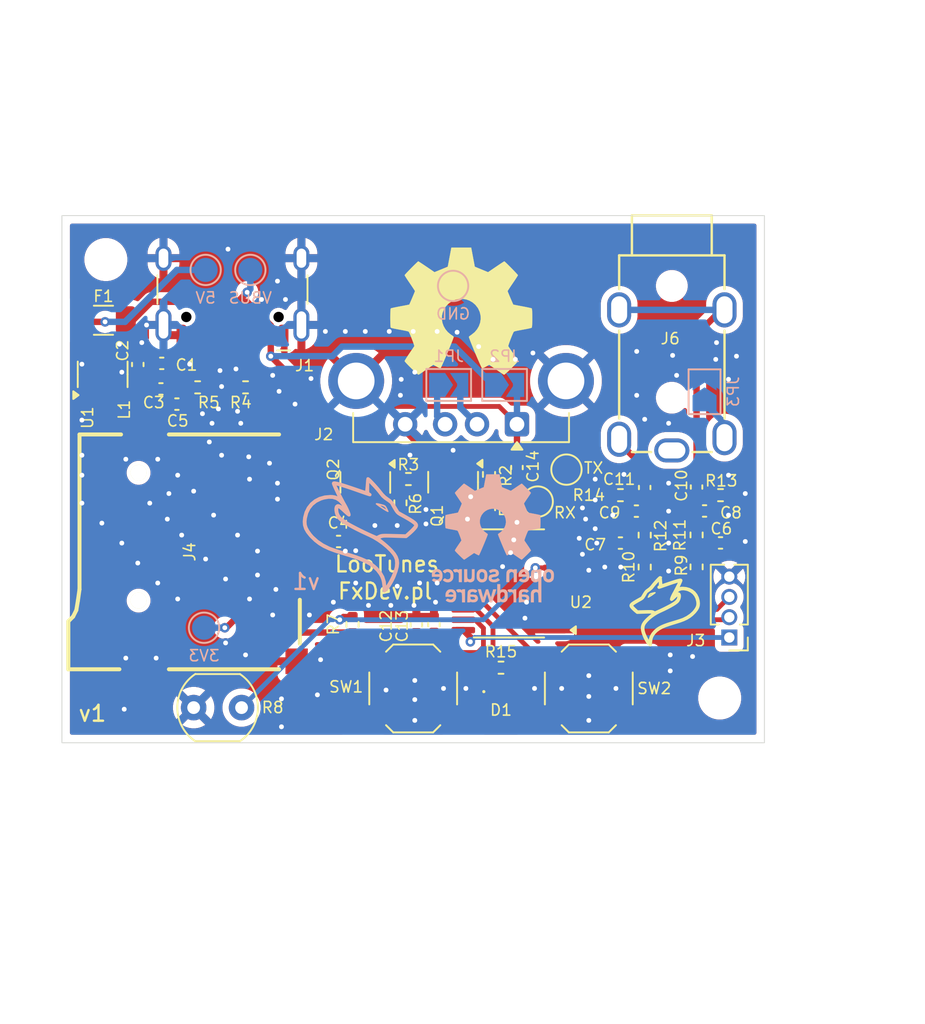
<source format=kicad_pcb>
(kicad_pcb (version 20241229) (generator "pcbnew") (generator_version "9.0")
  (layers (0 "F.Cu" signal) (2 "B.Cu" signal) (13 "F.Paste" user) (15 "B.Paste" user) (5 "F.SilkS" user "F.Silkscreen") (7 "B.SilkS" user "B.Silkscreen") (1 "F.Mask" user) (3 "B.Mask" user) (25 "Edge.Cuts" user))
  (net 0 "")
  (net 1 "GND")
  (net 2 "+5V")
  (net 3 "+3V3")
  (net 4 "Net-(J4-VDD)")
  (net 5 "Net-(C6-Pad1)")
  (net 6 "Net-(C7-Pad1)")
  (net 7 "Net-(C10-Pad1)")
  (net 8 "Net-(C11-Pad1)")
  (net 9 "Net-(C10-Pad2)")
  (net 10 "Net-(C11-Pad2)")
  (net 11 "VBUS")
  (net 16 "Net-(J1-CC1)")
  (net 17 "Net-(J1-CC2)")
  (net 20 "Net-(J2-D-)")
  (net 21 "Net-(J2-D+)")
  (net 22 "Net-(J2-VBUS)")
  (net 23 "SWCLK")
  (net 24 "SWDIO")
  (net 25 "Net-(J4-DAT3{slash}CD)")
  (net 26 "BOOT_TX")
  (net 28 "SD_OUT")
  (net 29 "CLK")
  (net 32 "Net-(JP3-A)")
  (net 33 "Net-(Q1-G)")
  (net 34 "Net-(Q1-D)")
  (net 35 "Net-(Q2-G)")
  (net 36 "USB_SWITCH_IN")
  (net 37 "Net-(U2-PA5)")
  (net 38 "PWM_L")
  (net 39 "BOOT_PIN")
  (net 40 "BUTTON")
  (net 41 "Net-(U2-PF0{slash}OSCIN)")
  (net 43 "BOOT_RX")
  (net 44 "Net-(U2-PF1{slash}OSCOUT)")
  (net 46 "Net-(D1-A)")
  (net 47 "Net-(U2-PB2)")
  (net 48 "BUTTON_2")
  (footprint "Capacitor_SMD:C_0402_1005Metric" (layer "F.Cu") (at 126.2 80.85)
    (property "Reference" "C3")
    (property "Value" "100nF")
  )
  (footprint "sd_slot:GCT-MEM2055-00-190-01-A" (layer "F.Cu") (at 118.1 91.05 -90)
    (property "Reference" "J4")
    (property "Value" "Micro_SD_Card_Det1")
  )
  (footprint "Resistor_SMD:R_0402_1005Metric" (layer "F.Cu") (at 147.5 98.3)
    (property "Reference" "R15")
    (property "Value" "10k")
  )
  (footprint "Package_TO_SOT_SMD:SOT-23" (layer "F.Cu") (at 139 86.7025 -90)
    (property "Reference" "Q2")
    (property "Value" "Si2301 A1SHB")
  )
  (footprint "FxDev:logo_06" (layer "F.Cu") (at 157.75 94.75)
    (property "Reference" "G***" (hide yes))
    (property "Value" "LOGO" (hide yes))
  )
  (footprint "Connector_USB:USB_A_Connfly_DS1095" (layer "F.Cu") (at 148.5 83.06 180)
    (property "Reference" "J2")
    (property "Value" "USB_OUT")
  )
  (footprint "Button_Switch_SMD:SW_SPST_TL3342" (layer "F.Cu") (at 142 99.6)
    (property "Reference" "SW1")
    (property "Value" "SW_Push")
  )
  (footprint "Connector_USB:USB_C_Receptacle_HCTL_HC-TYPE-C-16P-01A" (layer "F.Cu") (at 130.68 73.74 180)
    (property "Reference" "J1")
    (property "Value" "USB_C_Receptacle_USB2.0_16P")
  )
  (footprint "Resistor_SMD:R_0402_1005Metric" (layer "F.Cu") (at 146.75 86.2 -90)
    (property "Reference" "R2")
    (property "Value" "10k")
  )
  (footprint "Resistor_SMD:R_0402_1005Metric" (layer "F.Cu") (at 141.2 87.98 -90)
    (property "Reference" "R6")
    (property "Value" "10k")
  )
  (footprint "Package_TO_SOT_SMD:SOT-23" (layer "F.Cu") (at 144.5 86.69 -90)
    (property "Reference" "Q1")
    (property "Value" "Si2302 A2SHB")
  )
  (footprint "Package_SO:TSSOP-20_4.4x6.5mm_P0.65mm" (layer "F.Cu") (at 148 93.025 180)
    (property "Reference" "U2")
    (property "Value" "PY32F002AF15P")
  )
  (footprint "Resistor_SMD:R_0402_1005Metric" (layer "F.Cu") (at 131.5 80.75 180)
    (property "Reference" "R4")
    (property "Value" "5.1k")
  )
  (footprint "Connector_PinHeader_1.27mm:PinHeader_1x04_P1.27mm_Vertical" (layer "F.Cu") (at 161.8 96.41 180)
    (property "Reference" "J3")
    (property "Value" "Prog")
  )
  (footprint "MountingHole:MountingHole_2.2mm_M2" (layer "F.Cu") (at 161.2 100.2)
    (property "Reference" "REF**" (hide yes))
    (property "Value" "MountingHole_2.2mm_M2")
  )
  (footprint "OptoDevice:R_LDR_5.0x4.1mm_P3mm_Vertical" (layer "F.Cu") (at 131.25 100.8 180)
    (property "Reference" "R8")
    (property "Value" "R_Photo")
  )
  (footprint "Resistor_SMD:R_0402_1005Metric" (layer "F.Cu") (at 156.5 92 90)
    (property "Reference" "R10")
    (property "Value" "100")
  )
  (footprint "Capacitor_SMD:C_0402_1005Metric" (layer "F.Cu") (at 160.25 88.49)
    (property "Reference" "C8")
    (property "Value" "100nF")
  )
  (footprint "Capacitor_SMD:C_0402_1005Metric" (layer "F.Cu") (at 156.5 87.02 90)
    (property "Reference" "C11")
    (property "Value" "10uF")
  )
  (footprint "Capacitor_SMD:C_0402_1005Metric" (layer "F.Cu") (at 148.5 85.77 -90)
    (property "Reference" "C14")
    (property "Value" "100nF")
  )
  (footprint "Symbol:OSHW-Symbol_8.9x8mm_SilkScreen" (layer "F.Cu") (at 145 76)
    (property "Reference" "REF**" (hide yes))
    (property "Value" "OSHW-Symbol_8.9x8mm_SilkScreen" (hide yes))
  )
  (footprint "Capacitor_SMD:C_0402_1005Metric" (layer "F.Cu") (at 137.325845 90.4)
    (property "Reference" "C4")
    (property "Value" "100nF")
  )
  (footprint "FxDev:PJ-322" (layer "F.Cu") (at 158.2 78)
    (property "Reference" "J6")
    (property "Value" "AudioJack4")
  )
  (footprint "Resistor_SMD:R_0402_1005Metric" (layer "F.Cu") (at 159.75 91.99 90)
    (property "Reference" "R9")
    (property "Value" "100")
  )
  (footprint "Capacitor_SMD:C_0402_1005Metric" (layer "F.Cu") (at 142.2 95.62 90)
    (property "Reference" "C12")
    (property "Value" "100nF")
  )
  (footprint "Inductor_SMD:L_0402_1005Metric" (layer "F.Cu") (at 124.75 81.3 -90)
    (property "Reference" "L1")
    (property "Value" "L_Small")
  )
  (footprint "TestPoint:TestPoint_Pad_D1.5mm" (layer "F.Cu") (at 149.8 87.9)
    (property "Reference" "TP5")
    (property "Value" "RX")
  )
  (footprint "Capacitor_SMD:C_0402_1005Metric" (layer "F.Cu") (at 154.98 90.5 180)
    (property "Reference" "C7")
    (property "Value" "100nF")
  )
  (footprint "MountingHole:MountingHole_2.2mm_M2" (layer "F.Cu") (at 122.75 72.75)
    (property "Reference" "REF**" (hide yes))
    (property "Value" "MountingHole_2.2mm_M2")
  )
  (footprint "Resistor_SMD:R_0402_1005Metric" (layer "F.Cu") (at 161.25 87.5)
    (property "Reference" "R13")
    (property "Value" "opt")
  )
  (footprint "TestPoint:TestPoint_Pad_D1.5mm" (layer "F.Cu") (at 151.6 85.9)
    (property "Reference" "TP6")
    (property "Value" "TX")
  )
  (footprint "Capacitor_SMD:C_0402_1005Metric" (layer "F.Cu") (at 127.2 81.8)
    (property "Reference" "C5")
    (property "Value" "10uF")
  )
  (footprint "Resistor_SMD:R_0402_1005Metric" (layer "F.Cu") (at 156.5 90 90)
    (property "Reference" "R12")
    (property "Value" "220")
  )
  (footprint "Resistor_SMD:R_0402_1005Metric" (layer "F.Cu") (at 128.5 80.75)
    (property "Reference" "R5")
    (property "Value" "5.1k")
  )
  (footprint "Resistor_SMD:R_0402_1005Metric" (layer "F.Cu") (at 159.75 89.99 90)
    (property "Reference" "R11")
    (property "Value" "220")
  )
  (footprint "Capacitor_SMD:C_0402_1005Metric" (layer "F.Cu") (at 159.75 86.99 90)
    (property "Reference" "C10")
    (property "Value" "10uF")
  )
  (footprint "Capacitor_SMD:C_0402_1005Metric" (layer "F.Cu") (at 155.98 88.5 180)
    (property "Reference" "C9")
    (property "Value" "100nF")
  )
  (footprint "Capacitor_SMD:C_0402_1005Metric" (layer "F.Cu") (at 161.25 90.49)
    (property "Reference" "C6")
    (property "Value" "100nF")
  )
  (footprint "Fuse:Fuse_1206_3216Metric" (layer "F.Cu") (at 122.6 76.55)
    (property "Reference" "F1")
    (property "Value" "Polyfuse_Small")
  )
  (footprint "Capacitor_SMD:C_0402_1005Metric" (layer "F.Cu") (at 126.25 79.25)
    (property "Reference" "C1")
    (property "Value" "10uF")
  )
  (footprint "Capacitor_SMD:C_0402_1005Metric" (layer "F.Cu") (at 124.75 79.32 -90)
    (property "Reference" "C2")
    (property "Value" "100nF")
  )
  (footprint "Resistor_SMD:R_0402_1005Metric" (layer "F.Cu") (at 146.75 88.29 -90)
    (property "Reference" "R1")
    (property "Value" "100R")
  )
  (footprint "LED_SMD:LED_0402_1005Metric" (layer "F.Cu") (at 147.515 99.8)
    (property "Reference" "D1")
    (property "Value" "LED_Small")
  )
  (footprint "Resistor_SMD:R_0402_1005Metric" (layer "F.Cu") (at 141.7 86.49 180)
    (property "Reference" "R3")
    (property "Value" "100R")
  )
  (footprint "Resistor_SMD:R_0402_1005Metric" (layer "F.Cu") (at 138.2 95.59 -90)
    (property "Reference" "R7")
    (property "Value" "10k")
  )
  (footprint "Button_Switch_SMD:SW_SPST_TL3342" (layer "F.Cu") (at 153 99.6)
    (property "Reference" "SW2")
    (property "Value" "SW_Push")
  )
  (footprint "Resistor_SMD:R_0402_1005Metric" (layer "F.Cu") (at 154.98 87.5 180)
    (property "Reference" "R14")
    (property "Value" "opt")
  )
  (footprint "Capacitor_SMD:C_0402_1005Metric" (layer "F.Cu") (at 143.3 95.6 90)
    (property "Reference" "C13")
    (property "Value" "10uF")
  )
  (footprint "Package_TO_SOT_SMD:SOT-23-3" (layer "F.Cu") (at 122.55 79.9375 90)
    (property "Reference" "U1")
    (property "Value" "XC6206PxxxMR")
  )
  (footprint "TestPoint:TestPoint_Pad_D1.5mm" (layer "B.Cu") (at 128.9 95.8 180)
    (property "Reference" "TP4")
    (property "Value" "3V3")
  )
  (footprint "TestPoint:TestPoint_Pad_D1.5mm" (layer "B.Cu") (at 131.8 73.4 180)
    (property "Reference" "TP2")
    (property "Value" "VBUS")
  )
  (footprint "TestPoint:TestPoint_Pad_D1.5mm" (layer "B.Cu") (at 129 73.4 180)
    (property "Reference" "TP3")
    (property "Value" "5V")
  )
  (footprint "Jumper:SolderJumper-2_P1.3mm_Open_TrianglePad1.0x1.5mm" (layer "B.Cu") (at 160.25 81.025 90)
    (property "Reference" "JP3")
    (property "Value" "ground connect")
  )
  (footprint "TestPoint:TestPoint_Pad_D1.5mm" (layer "B.Cu") (at 144.5 74.4 180)
    (property "Reference" "TP1")
    (property "Value" "GND")
  )
  (footprint "Symbol:OSHW-Logo_7.5x8mm_SilkScreen" (layer "B.Cu") (at 147 90.2 180)
    (property "Reference" "REF**" (hide yes))
    (property "Value" "OSHW-Logo_7.5x8mm_SilkScreen" (hide yes))
  )
  (footprint "Jumper:SolderJumper-2_P1.3mm_Open_TrianglePad1.0x1.5mm" (layer "B.Cu") (at 147.725 80.6)
    (property "Reference" "JP2")
    (property "Value" "bypass")
  )
  (footprint "Jumper:SolderJumper-2_P1.3mm_Open_TrianglePad1.0x1.5mm" (layer "B.Cu") (at 144.225 80.6)
    (property "Reference" "JP1")
    (property "Value" "data short")
  )
  (footprint "FxDev:logo" (layer "B.Cu") (at 138.7 89.95 180)
    (property "Reference" "G***" (hide yes))
    (property "Value" "LOGO" (hide yes))
  )
  (gr_rect (start 120 70) (end 164 103) (stroke (width 0.05)) (fill no) (layer "Edge.Cuts"))
  (gr_text "v1" (at 120.95 101.75 0) (layer "F.SilkS") (effects (font (size 1 1)) (justify left bottom)))
  (gr_text "LooTunes" (at 137 92.4 0) (layer "F.SilkS") (effects (font (size 1 0.95)) (justify left bottom)))
  (gr_text "FxDev.pl" (at 137.2 94.1 0) (layer "F.SilkS") (effects (font (size 1 0.95)) (justify left bottom)))
  (gr_text "v1" (at 136.25 93.5 -0) (layer "B.SilkS") (effects (font (size 1 1)) (justify left bottom mirror)))
  (segment (start 124.75 79.8) (end 124.861 79.911) (width 0.3) (layer "F.Cu") (net 1))
  (segment (start 126.68 80.212001) (end 126.68 80.85) (width 0.4) (layer "F.Cu") (net 1))
  (segment (start 126.378999 79.911) (end 126.73 79.559999) (width 0.3) (layer "F.Cu") (net 1))
  (segment (start 127.48 78.5) (end 127.48 77.485) (width 0.4) (layer "F.Cu") (net 1))
  (segment (start 143.55 85.7525) (end 143.55 85.2175) (width 0.4) (layer "F.Cu") (net 1))
  (segment (start 137.805845 90.4) (end 137.824155 90.4) (width 0.3) (layer "F.Cu") (net 1))
  (segment (start 137.824155 90.4) (end 138.4 90.975845) (width 0.3) (layer "F.Cu") (net 1))
  (segment (start 126.73 79.25) (end 127.48 78.5) (width 0.4) (layer "F.Cu") (net 1))
  (segment (start 137.805845 90.4) (end 137.805845 90.93) (width 0.3) (layer "F.Cu") (net 1))
  (segment (start 125 77.95) (end 123.7 77.95) (width 0.3) (layer "F.Cu") (net 1))
  (segment (start 137.805845 90.93) (end 137.875845 91) (width 0.3) (layer "F.Cu") (net 1))
  (segment (start 125.355 76.905) (end 125.3 76.85) (width 0.3) (layer "F.Cu") (net 1))
  (segment (start 125 77.95) (end 125.3 77.65) (width 0.3) (layer "F.Cu") (net 1))
  (segment (start 124.861 79.911) (end 126.378999 79.911) (width 0.3) (layer "F.Cu") (net 1))
  (segment (start 125.3 77.65) (end 125.3 76.85) (width 0.3) (layer "F.Cu") (net 1))
  (segment (start 126.73 79.559999) (end 126.73 79.25) (width 0.3) (layer "F.Cu") (net 1))
  (segment (start 123.7 77.95) (end 123.6 78.05) (width 0.3) (layer "F.Cu") (net 1))
  (segment (start 150.8625 95.95) (end 157.85 95.95) (width 0.3) (layer "F.Cu") (net 1))
  (segment (start 137.875845 91) (end 138.375845 91) (width 0.3) (layer "F.Cu") (net 1))
  (segment (start 138.375845 91) (end 138.4 90.975845) (width 0.3) (layer "F.Cu") (net 1))
  (segment (start 126.378999 79.911) (end 126.68 80.212001) (width 0.4) (layer "F.Cu") (net 1))
  (segment (start 157.85 95.95) (end 159.5 97.6) (width 0.3) (layer "F.Cu") (net 1))
  (segment (start 143.55 85.5275) (end 141.5 83.4775) (width 0.4) (layer "F.Cu") (net 1))
  (segment (start 149.75 95.95) (end 149 95.2) (width 0.3) (layer "F.Cu") (net 1))
  (segment (start 157.01 101.5) (end 156.99 101.52) (width 0.3) (layer "F.Cu") (net 1))
  (segment (start 150.8625 95.95) (end 149.75 95.95) (width 0.3) (layer "F.Cu") (net 1))
  (via (at 149.1 94.2) (size 0.6) (drill 0.3) (layers "F.Cu" "B.Cu") (net 1))
  (via (at 149.6 99.6) (size 0.6) (drill 0.3) (layers "F.Cu" "B.Cu") (net 1))
  (via (at 131 90) (size 0.6) (drill 0.3) (layers "F.Cu" "B.Cu") (net 1))
  (via (at 123.75 79.8) (size 0.6) (drill 0.3) (layers "F.Cu" "B.Cu") (net 1))
  (via (at 133.75 102) (size 0.6) (drill 0.3) (layers "F.Cu" "B.Cu") (net 1))
  (via (at 139 77.25) (size 0.6) (drill 0.3) (layers "F.Cu" "B.Cu") (net 1))
  (via (at 137.75 77.25) (size 0.6) (drill 0.3) (layers "F.Cu" "B.Cu") (net 1))
  (via (at 159.5 97.6) (size 0.6) (drill 0.3) (layers "F.Cu" "B.Cu") (net 1))
  (via (at 136.2 97.8) (size 0.6) (drill 0.3) (layers "F.Cu" "B.Cu") (net 1))
  (via (at 148.3 90.3) (size 0.6) (drill 0.3) (layers "F.Cu" "B.Cu") (net 1))
  (via (at 129.4 83) (size 0.6) (drill 0.3) (layers "F.Cu" "B.Cu") (net 1))
  (via (at 146.1 78.2) (size 0.6) (drill 0.3) (layers "F.Cu" "B.Cu") (net 1))
  (via (at 145.4 89) (size 0.6) (drill 0.3) (layers "F.Cu" "B.Cu") (net 1))
  (via (at 133.75 100.25) (size 0.6) (drill 0.3) (layers "F.Cu" "B.Cu") (net 1))
  (via (at 133.5 74.1) (size 0.6) (drill 0.3) (layers "F.Cu" "B.Cu") (net 1))
  (via (at 154.5 88.75) (size 0.6) (drill 0.3) (layers "F.Cu" "B.Cu") (net 1))
  (via (at 122.5 89.25) (size 0.6) (drill 0.3) (layers "F.Cu" "B.Cu") (net 1))
  (via (at 129.9 79.7) (size 0.6) (drill 0.3) (layers "F.Cu" "B.Cu") (net 1))
  (via (at 131.7 85.1) (size 0.6) (drill 0.3) (layers "F.Cu" "B.Cu") (net 1))
  (via (at 162.25 78.8) (size 0.6) (drill 0.3) (layers "F.Cu" "B.Cu") (net 1))
  (via (at 153 92.2) (size 0.6) (drill 0.3) (layers "F.Cu" "B.Cu") (net 1))
  (via (at 135.6 80.2) (size 0.6) (drill 0.3) (layers "F.Cu" "B.Cu") (net 1))
  (via (at 143.9 99.6) (size 0.6) (drill 0.3) (layers "F.Cu" "B.Cu") (net 1))
  (via (at 154 92) (size 0.6) (drill 0.3) (layers "F.Cu" "B.Cu") (net 1))
  (via (at 137 94.2) (size 0.6) (drill 0.3) (layers "F.Cu" "B.Cu") (net 1))
  (via (at 124.75 91.75) (size 0.6) (drill 0.3) (layers "F.Cu" "B.Cu") (net 1))
  (via (at 125 77.95) (size 0.6) (drill 0.3) (layers "F.Cu" "B.Cu") (net 1))
  (via (at 140.3 99.7) (size 0.6) (drill 0.3) (layers "F.Cu" "B.Cu") (net 1))
  (via (at 142.1 101.6) (size 0.6) (drill 0.3) (layers "F.Cu" "B.Cu") (net 1))
  (via (at 127.25 94) (size 0.6) (drill 0.3) (layers "F.Cu" "B.Cu") (net 1))
  (via (at 148.5 89.2) (size 0.6) (drill 0.3) (layers "F.Cu" "B.Cu") (net 1))
  (via (at 145.6 87.6) (size 0.6) (drill 0.3) (layers "F.Cu" "B.Cu") (net 1))
  (via (at 152.8 89) (size 0.6) (drill 0.3) (layers "F.Cu" "B.Cu") (net 1))
  (via (at 128.8 82.4) (size 0.6) (drill 0.3) (layers "F.Cu" "B.Cu") (net 1))
  (via (at 130.9 79.6) (size 0.6) (drill 0.3) (layers "F.Cu" "B.Cu") (net 1))
  (via (at 141.8 84.99) (size 0.6) (drill 0.3) (layers "F.Cu" "B.Cu") (net 1))
  (via (at 141 93.2) (size 0.6) (drill 0.3) (layers "F.Cu" "B.Cu") (net 1))
  (via (at 140.5 77.25) (size 0.6) (drill 0.3) (layers "F.Cu" "B.Cu") (net 1))
  (via (at 161.75 86.25) (size 0.6) (drill 0.3) (layers "F.Cu" "B.Cu") (net 1))
  (via (at 156 78.5) (size 0.6) (drill 0.3) (layers "F.Cu" "B.Cu") (net 1))
  (via (at 136 100) (size 0.6) (drill 0.3) (layers "F.Cu" "B.Cu") (net 1))
  (via (at 151.3 99.6) (size 0.6) (drill 0.3) (layers "F.Cu" "B.Cu") (net 1))
  (via (at 133.5 87.75) (size 0.6) (drill 0.3) (layers "F.Cu" "B.Cu") (net 1))
  (via (at 121.25 79.3) (size 0.6) (drill 0.3) (layers "F.Cu" "B.Cu") (net 1))
  (via (at 131.75 94) (size 0.6) (drill 0.3) (layers "F.Cu" "B.Cu") (net 1))
  (via (at 144.75 77.3) (size 0.6) (drill 0.3) (layers "F.Cu" "B.Cu") (net 1))
  (via (at 143.5 77.25) (size 0.6) (drill 0.3) (layers "F.Cu" "B.Cu") (net 1))
  (via (at 133.5 86.75) (size 0.6) (drill 0.3) (layers "F.Cu" "B.Cu") (net 1))
  (via (at 130.25 92.75) (size 0.6) (drill 0.3) (layers "F.Cu" "B.Cu") (net 1))
  (via (at 139.6 89.4) (size 0.6) (drill 0.3) (layers "F.Cu" "B.Cu") (net 1))
  (via (at 153.4 86.5) (size 0.6) (drill 0.3) (layers "F.Cu" "B.Cu") (net 1))
  (via (at 130.25 96.75) (size 0.6) (drill 0.3) (layers "F.Cu" "B.Cu") (net 1))
  (via (at 138.4 90.975845) (size 0.6) (drill 0.3) (layers "F.Cu" "B.Cu") (net 1))
  (via (at 158 90.5) (size 0.6) (drill 0.3) (layers "F.Cu" "B.Cu") (net 1))
  (via (at 142 77.25) (size 0.6) (drill 0.3) (layers "F.Cu" "B.Cu") (net 1))
  (via (at 160.95 79) (size 0.6) (drill 0.3) (layers "F.Cu" "B.Cu") (net 1))
  (via (at 153.4 89.6) (size 0.6) (drill 0.3) (layers "F.Cu" "B.Cu") (net 1))
  (via (at 137.75 91) (size 0.6) (drill 0.3) (layers "F.Cu" "B.Cu") (net 1))
  (via (at 161.75 80.25) (size 0.6) (drill 0.3) (layers "F.Cu" "B.Cu") (net 1))
  (via (at 131.75 86.5) (size 0.6) (drill 0.3) (layers "F.Cu" "B.Cu") (net 1))
  (via (at 155.2 86.2) (size 0.6) (drill 0.3) (layers "F.Cu" "B.Cu") (net 1))
  (via (at 153.4 87.8) (size 0.6) (drill 0.3) (layers "F.Cu" "B.Cu") (net 1))
  (via (at 154.7 99.6) (size 0.6) (drill 0.3) (layers "F.Cu" "B.Cu") (net 1))
  (via (at 132.25 92.5) (size 0.6) (drill 0.3) (layers "F.Cu" "B.Cu") (net 1))
  (via (at 139.2 94.4) (size 0.6) (drill 0.3) (layers "F.Cu" "B.Cu") (net 1))
  (via (at 125.5 88) (size 0.6) (drill 0.3) (layers "F.Cu" "B.Cu") (net 1))
  (via (at 128.25 87.25) (size 0.6) (drill 0.3) (layers "F.Cu" "B.Cu") (net 1))
  (via (at 134 75.25) (size 0.6) (drill 0.3) (layers "F.Cu" "B.Cu") (net 1))
  (via (at 161 77.95) (size 0.6) (drill 0.3) (layers "F.Cu" "B.Cu") (net 1))
  (via (at 142.05 94.4) (size 0.6) (drill 0.3) (layers "F.Cu" "B.Cu") (net 1))
  (via (at 142.1 100.3) (size 0.6) (drill 0.3) (layers "F.Cu" "B.Cu") (net 1))
  (via (at 127.5 90) (size 0.6) (drill 0.3) (layers "F.Cu" "B.Cu") (net 1))
  (via (at 121.25 86.25) (size 0.6) (drill 0.3) (layers "F.Cu" "B.Cu") (net 1))
  (via (at 148.4 79) (size 0.6) (drill 0.3) (layers "F.Cu" "B.Cu") (net 1))
  (via (at 145.3 99.6) (size 0.6) (drill 0.3) (layers "F.Cu" "B.Cu") (net 1))
  (via (at 149 95.2) (size 0.6) (drill 0.3) (layers "F.Cu" "B.Cu") (net 1))
  (via (at 133.2 95) (size 0.6) (drill 0.3) (layers "F.Cu" "B.Cu") (net 1))
  (via (at 125.3 76.85) (size 0.6) (drill 0.3) (layers "F.Cu" "B.Cu") (net 1))
  (via (at 132.25 91) (size 0.6) (drill 0.3) (layers "F.Cu" "B.Cu") (net 1))
  (via (at 134.6 81.8) (size 0.6) (drill 0.3) (layers "F.Cu" "B.Cu") (net 1))
  (via (at 131.2 83) (size 0.6) (drill 0.3) (layers "F.Cu" "B.Cu") (net 1))
  (via (at 161.75 88.75) (size 0.6) (drill 0.3) (layers "F.Cu" "B.Cu") (net 1))
  (via (at 129.5 88.75) (size 0.6) (drill 0.3) (layers "F.Cu" "B.Cu") (net 1))
  (via (at 153 101.6) (size 0.6) (drill 0.3) (layers "F.Cu" "B.Cu") (net 1))
  (via (at 158.25 78.75) (size 0.6) (drill 0.3) (layers "F.Cu" "B.Cu") (net 1))
  (via (at 126 93) (size 0.6) (drill 0.3) (layers "F.Cu" "B.Cu") (net 1))
  (via (at 132.5 75.25) (size 0.6) (drill 0.3) (layers "F.Cu" "B.Cu") (net 1))
  (via (at 158.1 98.5) (size 0.6) (drill 0.3) (layers "F.Cu" "B.Cu") (net 1))
  (via (at 147 79) (size 0.6) (drill 0.3) (layers "F.Cu" "B.Cu") (net 1))
  (via (at 141 89.4) (size 0.6) (drill 0.3) (layers "F.Cu" "B.Cu") (net 1))
  (via (at 126 85.25) (size 0.6) (drill 0.3) (layers "F.Cu" "B.Cu") (net 1))
  (via (at 131 82.25) (size 0.6) (drill 0.3) (layers "F.Cu" "B.Cu") (net 1))
  (via (at 133.6 81) (size 0.6) (drill 0.3) (layers "F.Cu" "B.Cu") (net 1))
  (via (at 140.6 94.4) (size 0.6) (drill 0.3) (layers "F.Cu" "B.Cu") (net 1))
  (via (at 130 85) (size 0.6) (drill 0.3) (layers "F.Cu" "B.Cu") (net 1))
  (via (at 128 79.3) (size 0.6) (drill 0.3) (layers "F.Cu" "B.Cu") (net 1))
  (via (at 149.5 78.6) (size 0.6) (drill 0.3) (layers "F.Cu" "B.Cu") (net 1))
  (via (at 124 85.25) (size 0.6) (drill 0.3) (layers "F.Cu" "B.Cu") (net 1))
  (via (at 141.25 80.25) (size 0.6) (drill 0.3) (layers "F.Cu" "B.Cu") (net 1))
  (via (at 153.5 90.5) (size 0.6) (drill 0.3) (layers "F.Cu" "B.Cu") (net 1))
  (via (at 124 97.7) (size 0.6) (drill 0.3) (layers "F.Cu" "B.Cu") (net 1))
  (via (at 152.4 90.2) (size 0.6) (drill 0.3) (layers "F.Cu" "B.Cu") (net 1))
  (via (at 131.5 97.5) (size 0.6) (drill 0.3) (layers "F.Cu" "B.Cu") (net 1))
  (via (at 136.5 77.25) (size 0.6) (drill 0.3) (layers "F.Cu" "B.Cu") (net 1))
  (via (at 126.6 89) (size 0.6) (drill 0.3) (layers "F.Cu" "B.Cu") (net 1))
  (via (at 121.25 85) (size 0.6) (drill 0.3) (layers "F.Cu" "B.Cu") (net 1))
  (via (at 126.7 87.4) (size 0.6) (drill 0.3) (layers "F.Cu" "B.Cu") (net 1))
  (via (at 142.4 93) (size 0.6) (drill 0.3) (layers "F.Cu" "B.Cu") (net 1))
  (via (at 156.5 82.75) (size 0.6) (drill 0.3) (layers "F.Cu" "B.Cu") (net 1))
  (via (at 152.6 91.2) (size 0.6) (drill 0.3) (layers "F.Cu" "B.Cu") (net 1))
  (via (at 133 85.5) (size 0.6) (drill 0.3) (layers "F.Cu" "B.Cu") (net 1))
  (via (at 125.9 97.7) (size 0.6) (drill 0.3) (layers "F.Cu" "B.Cu") (net 1))
  (via (at 162.8 90.4) (size 0.6) (drill 0.3) (layers "F.Cu" "B.Cu") (net 1))
  (via (at 130 80.7) (size 0.6) (drill 0.3) (layers "F.Cu" "B.Cu") (net 1))
  (via (at 158.5 80) (size 0.6) (drill 0.3) (layers "F.Cu" "B.Cu") (net 1))
  (via (at 158 92.25) (size 0.6) (drill 0.3) (layers "F.Cu" "B.Cu") (net 1))
  (via (at 156 81.25) (size 0.6) (drill 0.3) (layers "F.Cu" "B.Cu") (net 1))
  (via (at 142.8 89.3) (size 0.6) (drill 0.3) (layers "F.Cu" "B.Cu") (net 1))
  (via (at 133.4 93.4) (size 0.6) (drill 0.3) (layers "F.Cu" "B.Cu") (net 1))
  (via (at 158 88.5) (size 0.6) (drill 0.3) (layers "F.Cu" "B.Cu") (net 1))
  (via (at 121.25 82.8) (size 0.6) (drill 0.3) (layers "F.Cu" "B.Cu") (net 1))
  (via (at 142.1 99.1) (size 0.6) (drill 0.3) (layers "F.Cu" "B.Cu") (net 1))
  (via (at 155 92) (size 0.6) (drill 0.3) (layers "F.Cu" "B.Cu") (net 1))
  (via (at 158 86.75) (size 0.6) (drill 0.3) (layers "F.Cu" "B.Cu") (net 1))
  (via (at 129.230331 84.169669) (size 0.6) (drill 0.3) (layers "F.Cu" "B.Cu") (net 1))
  (via (at 158 83) (size 0.6) (drill 0.3) (layers "F.Cu" "B.Cu") (net 1))
  (via (at 147.6 91.97209) (size 0.6) (drill 0.3) (layers "F.Cu" "B.Cu") (net 1))
  (via (at 142.1 79.8) (size 0.6) (drill 0.3) (layers "F.Cu" "B.Cu") (net 1))
  (via (at 162.8 87.4) (size 0.6) (drill 0.3) (layers "F.Cu" "B.Cu") (net 1))
  (via (at 130.4 72.1) (size 0.6) (drill 0.3) (layers "F.Cu" "B.Cu") (net 1))
  (via (at 143.4 94.2) (size 0.6) (drill 0.3) (layers "F.Cu" "B.Cu") (net 1))
  (via (at 123.6 78.05) (size 0.6) (drill 0.3) (layers "F.Cu" "B.Cu") (net 1))
  (via (at 142.8 88.4) (size 0.6) (drill 0.3) (layers "F.Cu" "B.Cu") (net 1))
  (via (at 127.25 86.25) (size 0.6) (drill 0.3) (layers "F.Cu" "B.Cu") (net 1))
  (via (at 144.5 84.69) (size 0.6) (drill 0.3) (layers "F.Cu" "B.Cu") (net 1))
  (via (at 138.4 93) (size 0.6) (drill 0.3) (layers "F.Cu" "B.Cu") (net 1))
  (via (at 133.2 80) (size 0.6) (drill 0.3) (layers "F.Cu" "B.Cu") (net 1))
  (via (at 121.25 88) (size 0.6) (drill 0.3) (layers "F.Cu" "B.Cu") (net 1))
  (via (at 141.2 81.247) (size 0.6) (drill 0.3) (layers "F.Cu" "B.Cu") (net 1))
  (via (at 153 100.1) (size 0.6) (drill 0.3) (layers "F.Cu" "B.Cu") (net 1))
  (via (at 129 91.5) (size 0.6) (drill 0.3) (layers "F.Cu" "B.Cu") (net 1))
  (via (at 148.1 91.1) (size 0.6) (drill 0.3) (layers "F.Cu" "B.Cu") (net 1))
  (via (at 153 98.8) (size 0.6) (drill 0.3) (layers "F.Cu" "B.Cu") (net 1))
  (via (at 158.1 97.5) (size 0.6) (drill 0.3) (layers "F.Cu" "B.Cu") (net 1))
  (via (at 129.8 82.1) (size 0.6) (drill 0.3) (layers "F.Cu" "B.Cu") (net 1))
  (via (at 152.6 88.3) (size 0.6) (drill 0.3) (layers "F.Cu" "B.Cu") (net 1))
  (via (at 143.5 93) (size 0.6) (drill 0.3) (layers "F.Cu" "B.Cu") (net 1))
  (via (at 123.9 100.9) (size 0.6) (drill 0.3) (layers "F.Cu" "B.Cu") (net 1))
  (via (at 123.75 90.5) (size 0.6) (drill 0.3) (layers "F.Cu" "B.Cu") (net 1))
  (via (at 135.5 95) (size 0.6) (drill 0.3) (layers "F.Cu" "B.Cu") (net 1))
  (segment (start 124.75 78.84) (end 122.59 78.84) (width 0.4) (layer "F.Cu") (net 2))
  (segment (start 125.36 78.84) (end 125.77 79.25) (width 0.4) (layer "F.Cu") (net 2))
  (segment (start 121.3 76.65) (end 121.2 76.55) (width 0.4) (layer "F.Cu") (net 2))
  (segment (start 122.7 76.65) (end 121.3 76.65) (width 0.4) (layer "F.Cu") (net 2))
  (segment (start 121.2 77.45) (end 122.55 78.8) (width 0.4) (layer "F.Cu") (net 2))
  (segment (start 122.59 78.84) (end 122.55 78.8) (width 0.4) (layer "F.Cu") (net 2))
  (segment (start 124.75 78.84) (end 125.36 78.84) (width 0.4) (layer "F.Cu") (net 2))
  (segment (start 121.2 76.55) (end 121.2 77.45) (width 0.4) (layer "F.Cu") (net 2))
  (via (at 122.7 76.65) (size 0.6) (drill 0.3) (layers "F.Cu" "B.Cu") (net 2))
  (segment (start 122.7 76.65) (end 123.949206 76.65) (width 0.4) (layer "B.Cu") (net 2))
  (segment (start 127.199206 73.4) (end 129 73.4) (width 0.4) (layer "B.Cu") (net 2))
  (segment (start 123.949206 76.65) (end 127.199206 73.4) (width 0.4) (layer "B.Cu") (net 2))
  (segment (start 144.75 95.95) (end 145.1375 95.95) (width 0.4) (layer "F.Cu") (net 3))
  (segment (start 145.1375 95.95) (end 145.580525 96.393025) (width 0.4) (layer "F.Cu") (net 3))
  (segment (start 130.3 95.8) (end 130.946292 95.153708) (width 0.4) (layer "F.Cu") (net 3))
  (segment (start 122.5 86.707417) (end 130.946292 95.153708) (width 0.4) (layer "F.Cu") (net 3))
  (segment (start 138.2 96.1) (end 143.6 96.1) (width 0.4) (layer "F.Cu") (net 3))
  (segment (start 123.5 81.075) (end 122.5 82.075) (width 0.4) (layer "F.Cu") (net 3))
  (segment (start 131.892583 96.1) (end 138.2 96.1) (width 0.4) (layer "F.Cu") (net 3))
  (segment (start 124.785 80.85) (end 124.75 80.815) (width 0.4) (layer "F.Cu") (net 3))
  (segment (start 123.76 80.815) (end 123.5 81.075) (width 0.4) (layer "F.Cu") (net 3))
  (segment (start 130.2 95.8) (end 130.3 95.8) (width 0.4) (layer "F.Cu") (net 3))
  (segment (start 143.6 96.1) (end 144.6 96.1) (width 0.4) (layer "F.Cu") (net 3))
  (segment (start 124.75 80.815) (end 123.76 80.815) (width 0.4) (layer "F.Cu") (net 3))
  (segment (start 125.72 80.85) (end 124.785 80.85) (width 0.4) (layer "F.Cu") (net 3))
  (segment (start 145.580525 96.393025) (end 145.580525 96.679525) (width 0.4) (layer "F.Cu") (net 3))
  (segment (start 144.6 96.1) (end 144.75 95.95) (width 0.4) (layer "F.Cu") (net 3))
  (segment (start 130.946292 95.153708) (end 131.892583 96.1) (width 0.4) (layer "F.Cu") (net 3))
  (segment (start 122.5 82.075) (end 122.5 86.707417) (width 0.4) (layer "F.Cu") (net 3))
  (via (at 130.2 95.8) (size 0.6) (drill 0.3) (layers "F.Cu" "B.Cu") (net 3))
  (via (at 145.580525 96.679525) (size 0.6) (drill 0.3) (layers "F.Cu" "B.Cu") (net 3))
  (segment (start 145.580525 96.679525) (end 145.85005 96.41) (width 0.3) (layer "B.Cu") (net 3))
  (segment (start 145.85005 96.41) (end 161.8 96.41) (width 0.3) (layer "B.Cu") (net 3))
  (segment (start 128.9 95.8) (end 130.2 95.8) (width 0.4) (layer "B.Cu") (net 3))
  (segment (start 136.445845 90) (end 136.845845 90.4) (width 0.4) (layer "F.Cu") (net 4))
  (segment (start 136.845845 90.4) (end 136.745845 90.3) (width 0.3) (layer "F.Cu") (net 4))
  (segment (start 126.72 81.8) (end 124.765 81.8) (width 0.4) (layer "F.Cu") (net 4))
  (segment (start 135.3 90) (end 134 90) (width 0.4) (layer "F.Cu") (net 4))
  (segment (start 124.765 81.8) (end 124.75 81.785) (width 0.4) (layer "F.Cu") (net 4))
  (segment (start 134 90) (end 126.72 82.72) (width 0.4) (layer "F.Cu") (net 4))
  (segment (start 135.3 90) (end 136.445845 90) (width 0.4) (layer "F.Cu") (net 4))
  (segment (start 126.72 82.72) (end 126.72 81.8) (width 0.4) (layer "F.Cu") (net 4))
  (segment (start 135.3 90) (end 135.4 90.1) (width 0.4) (layer "F.Cu") (net 4))
  (segment (start 160.76 90.5) (end 160.77 90.49) (width 0.4) (layer "F.Cu") (net 5))
  (segment (start 159.75 90.5) (end 160.76 90.5) (width 0.4) (layer "F.Cu") (net 5))
  (segment (start 159.75 90.5) (end 159.75 91.48) (width 0.4) (layer "F.Cu") (net 5))
  (segment (start 156.49 90.5) (end 156.5 90.51) (width 0.4) (layer "F.Cu") (net 6))
  (segment (start 156.5 91.49) (end 156.5 90.51) (width 0.4) (layer "F.Cu") (net 6))
  (segment (start 155.46 90.5) (end 156.49 90.5) (width 0.4) (layer "F.Cu") (net 6))
  (segment (start 160.71 87.47) (end 160.74 87.5) (width 0.4) (layer "F.Cu") (net 7))
  (segment (start 159.77 88.49) (end 159.77 89.46) (width 0.4) (layer "F.Cu") (net 7))
  (segment (start 159.75 87.47) (end 159.75 88.47) (width 0.4) (layer "F.Cu") (net 7))
  (segment (start 159.77 89.46) (end 159.75 89.48) (width 0.4) (layer "F.Cu") (net 7))
  (segment (start 159.75 88.47) (end 159.77 88.49) (width 0.4) (layer "F.Cu") (net 7))
  (segment (start 159.75 87.47) (end 160.71 87.47) (width 0.4) (layer "F.Cu") (net 7))
  (segment (start 156.5 87.5) (end 155.49 87.5) (width 0.4) (layer "F.Cu") (net 8))
  (segment (start 156.5 88.54) (end 156.46 88.5) (width 0.4) (layer "F.Cu") (net 8))
  (segment (start 156.5 89.49) (end 156.5 88.54) (width 0.4) (layer "F.Cu") (net 8))
  (segment (start 156.5 88.46) (end 156.46 88.5) (width 0.4) (layer "F.Cu") (net 8))
  (segment (start 156.5 87.5) (end 156.5 88.46) (width 0.4) (layer "F.Cu") (net 8))
  (segment (start 159.75 86.51) (end 159.75 77.45) (width 0.4) (layer "F.Cu") (net 9))
  (segment (start 159.75 77.45) (end 161.3 75.9) (width 0.4) (layer "F.Cu") (net 9))
  (segment (start 161.3 75.9) (end 154.7 75.9) (width 0.4) (layer "B.Cu") (net 9))
  (segment (start 154.7 84) (end 156.5 85.8) (width 0.4) (layer "F.Cu") (net 10))
  (segment (start 156.5 85.8) (end 156.5 86.54) (width 0.4) (layer "F.Cu") (net 10))
  (segment (start 133.08 76.88) (end 133.08 77.485) (width 0.4) (layer "F.Cu") (net 11))
  (segment (start 128.28 77.485) (end 128.28 76.881719) (width 0.3) (layer "F.Cu") (net 11))
  (segment (start 133.08 77.995) (end 133.08 78.8) (width 0.4) (layer "F.Cu") (net 11))
  (segment (start 128.6 75.394) (end 131.006 75.394) (width 0.4) (layer "F.Cu") (net 11))
  (segment (start 128.655756 75.449756) (end 128.655756 76.434) (width 0.4) (layer "F.Cu") (net 11))
  (segment (start 128.6 75.394) (end 128.655756 75.449756) (width 0.4) (layer "F.Cu") (net 11))
  (segment (start 141.2 88.49) (end 140.9615 88.7285) (width 0.3) (layer "F.Cu") (net 11))
  (segment (start 140.9615 88.7285) (end 138.638322 88.7285) (width 0.3) (layer "F.Cu") (net 11))
  (segment (start 124 77) (end 125.606 75.394) (width 0.4) (layer "F.Cu") (net 11))
  (segment (start 128.28 76.881719) (end 128.544878 76.616841) (width 0.3) (layer "F.Cu") (net 11))
  (segment (start 131.006 75.394) (end 131.6 74.8) (width 0.4) (layer "F.Cu") (net 11))
  (segment (start 128.655756 76.434) (end 128.544878 76.544878) (width 0.4) (layer "F.Cu") (net 11))
  (segment (start 131.006 75.394) (end 131.594 75.394) (width 0.4) (layer "F.Cu") (net 11))
  (segment (start 133.08 77.390466) (end 133.08 77.995) (width 0.3) (layer "F.Cu") (net 11))
  (segment (start 138.05 86.075) (end 138.05 83.77) (width 0.4) (layer "F.Cu") (net 11))
  (segment (start 138.05 85.765) (end 138.05 88.140178) (width 0.3) (layer "F.Cu") (net 11))
  (segment (start 125.606 75.394) (end 128.6 75.394) (width 0.4) (layer "F.Cu") (net 11))
  (segment (start 128.544878 76.616841) (end 128.544878 76.544878) (width 0.3) (layer "F.Cu") (net 11))
  (segment (start 138.05 83.77) (end 133.08 78.8) (width 0.4) (layer "F.Cu") (net 11))
  (segment (start 131.594 75.394) (end 133.08 76.88) (width 0.4) (layer "F.Cu") (net 11))
  (segment (start 138.05 88.140178) (end 138.638322 88.7285) (width 0.3) (layer "F.Cu") (net 11))
  (via (at 133.08 78.8) (size 0.6) (drill 0.3) (layers "F.Cu" "B.Cu") (net 11))
  (via (at 131.6 74.8) (size 0.6) (drill 0.3) (layers "F.Cu" "B.Cu") (net 11))
  (segment (start 131.8 73.4) (end 131.8 74.6) (width 0.4) (layer "B.Cu") (net 11))
  (segment (start 136.938026 78.8) (end 133.08 78.8) (width 0.4) (layer "B.Cu") (net 11))
  (segment (start 144.599 78.199) (end 147 80.6) (width 0.4) (layer "B.Cu") (net 11))
  (segment (start 137.539026 78.199) (end 136.938026 78.8) (width 0.4) (layer "B.Cu") (net 11))
  (segment (start 131.8 74.6) (end 131.6 74.8) (width 0.4) (layer "B.Cu") (net 11))
  (segment (start 137.539026 78.199) (end 144.599 78.199) (width 0.4) (layer "B.Cu") (net 11))
  (segment (start 132.01 80.75) (end 131.93 80.67) (width 0.2) (layer "F.Cu") (net 16))
  (segment (start 131.93 80.67) (end 131.93 77.485) (width 0.2) (layer "F.Cu") (net 16))
  (segment (start 128.93 80.67) (end 128.93 77.485) (width 0.2) (layer "F.Cu") (net 17))
  (segment (start 129.01 80.75) (end 128.93 80.67) (width 0.2) (layer "F.Cu") (net 17))
  (segment (start 146 83.06) (end 144.95 82.01) (width 0.4) (layer "B.Cu") (net 20))
  (segment (start 144.95 82.01) (end 144.95 80.6) (width 0.4) (layer "B.Cu") (net 20))
  (segment (start 143.5 82.9775) (end 144 83.4775) (width 0.4) (layer "B.Cu") (net 21))
  (segment (start 143.5 82.56) (end 143.5 80.6) (width 0.4) (layer "B.Cu") (net 21))
  (segment (start 144 83.06) (end 143.5 82.56) (width 0.4) (layer "B.Cu") (net 21))
  (segment (start 140.4715 81.947) (end 147.387 81.947) (width 0.3) (layer "F.Cu") (net 22))
  (segment (start 147.387 81.947) (end 148.5 83.06) (width 0.3) (layer "F.Cu") (net 22))
  (segment (start 148.5 85.29) (end 148.5 83.06) (width 0.4) (layer "F.Cu") (net 22))
  (segment (start 139 87.95) (end 139 83.4185) (width 0.3) (layer "F.Cu") (net 22))
  (segment (start 139 83.4185) (end 140.4715 81.947) (width 0.3) (layer "F.Cu") (net 22))
  (segment (start 148.5 83.06) (end 148.5 80.65) (width 0.4) (layer "B.Cu") (net 22))
  (segment (start 148.45 80.375828) (end 148.45 80.9) (width 0.4) (layer "B.Cu") (net 22))
  (segment (start 148.45 80.9) (end 148.5 80.95) (width 0.4) (layer "B.Cu") (net 22))
  (segment (start 148.5 80.65) (end 148.45 80.6) (width 0.4) (layer "B.Cu") (net 22))
  (segment (start 150.8625 94.65) (end 161.02 94.65) (width 0.3) (layer "F.Cu") (net 23))
  (segment (start 161.02 94.65) (end 161.8 93.87) (width 0.3) (layer "F.Cu") (net 23))
  (segment (start 150.8625 95.3) (end 161.64 95.3) (width 0.3) (layer "F.Cu") (net 24))
  (segment (start 161.64 95.3) (end 161.8 95.14) (width 0.3) (layer "F.Cu") (net 24))
  (segment (start 143.909418 92.2) (end 144.409418 92.7) (width 0.3) (layer "F.Cu") (net 25))
  (segment (start 145.0875 92.65) (end 145.1375 92.7) (width 0.3) (layer "F.Cu") (net 25))
  (segment (start 135.3 92.2) (end 143.909418 92.2) (width 0.3) (layer "F.Cu") (net 25))
  (segment (start 144.409418 92.7) (end 145.1375 92.7) (width 0.3) (layer "F.Cu") (net 25))
  (segment (start 136.651 91.651) (end 143.851 91.651) (width 0.3) (layer "F.Cu") (net 26))
  (segment (start 136.1 91.1) (end 136.651 91.651) (width 0.3) (layer "F.Cu") (net 26))
  (segment (start 144.102 91.4) (end 145.1375 91.4) (width 0.3) (layer "F.Cu") (net 26))
  (segment (start 135.3 91.1) (end 136.1 91.1) (width 0.3) (layer "F.Cu") (net 26))
  (segment (start 143.851 91.651) (end 144.102 91.4) (width 0.3) (layer "F.Cu") (net 26))
  (segment (start 135.899887 86.7) (end 139.299887 90.1) (width 0.3) (layer "F.Cu") (net 28))
  (segment (start 135.3 86.7) (end 135.899887 86.7) (width 0.3) (layer "F.Cu") (net 28))
  (segment (start 135.3 86.7) (end 135.9 86.7) (width 0.3) (layer "F.Cu") (net 28))
  (segment (start 139.299887 90.1) (end 145.1375 90.1) (width 0.3) (layer "F.Cu") (net 28))
  (segment (start 135.9 86.7) (end 136.2 87) (width 0.3) (layer "F.Cu") (net 28))
  (segment (start 139.242781 90.75) (end 145.1375 90.75) (width 0.3) (layer "F.Cu") (net 29))
  (segment (start 137.392781 88.9) (end 139.242781 90.75) (width 0.3) (layer "F.Cu") (net 29))
  (segment (start 135.3 88.9) (end 137.392781 88.9) (width 0.3) (layer "F.Cu") (net 29))
  (segment (start 161.3 82.8) (end 160.25 81.75) (width 0.4) (layer "B.Cu") (net 32))
  (segment (start 161.3 83.9) (end 161.3 82.8) (width 0.4) (layer "B.Cu") (net 32))
  (segment (start 146.4075 86.71) (end 145.45 85.7525) (width 0.3) (layer "F.Cu") (net 33))
  (segment (start 146.75 86.71) (end 146.69 86.77) (width 0.3) (layer "F.Cu") (net 33))
  (segment (start 146.75 87.78) (end 146.75 86.71) (width 0.3) (layer "F.Cu") (net 33))
  (segment (start 145.45 85.7525) (end 145.45 85.89) (width 0.3) (layer "F.Cu") (net 33))
  (segment (start 146.75 86.71) (end 146.4075 86.71) (width 0.3) (layer "F.Cu") (net 33))
  (segment (start 143.3475 87.6275) (end 144.5 87.6275) (width 0.3) (layer "F.Cu") (net 34))
  (segment (start 144.3625 87.49) (end 144.5 87.6275) (width 0.3) (layer "F.Cu") (net 34))
  (segment (start 142.21 86.49) (end 143.3475 87.6275) (width 0.3) (layer "F.Cu") (net 34))
  (segment (start 141.2 87.47) (end 141.2 86.5) (width 0.3) (layer "F.Cu") (net 35))
  (segment (start 140.075 85.89) (end 139.95 85.765) (width 0.3) (layer "F.Cu") (net 35))
  (segment (start 140.465 85.765) (end 141.19 86.49) (width 0.3) (layer "F.Cu") (net 35))
  (segment (start 139.95 85.765) (end 140.465 85.765) (width 0.3) (layer "F.Cu") (net 35))
  (segment (start 141.2 86.5) (end 141.19 86.49) (width 0.3) (layer "F.Cu") (net 35))
  (segment (start 146.75 89.11) (end 146.75 92.474999) (width 0.3) (layer "F.Cu") (net 36))
  (segment (start 146.75 92.474999) (end 145.874999 93.35) (width 0.3) (layer "F.Cu") (net 36))
  (segment (start 145.874999 93.35) (end 145.1375 93.35) (width 0.3) (layer "F.Cu") (net 36))
  (segment (start 137.4 95.3) (end 137.62 95.08) (width 0.3) (layer "F.Cu") (net 37))
  (segment (start 149.65 92.05) (end 150.8625 92.05) (width 0.3) (layer "F.Cu") (net 37))
  (segment (start 137.62 95.08) (end 138.2 95.08) (width 0.3) (layer "F.Cu") (net 37))
  (via (at 149.65 92.05) (size 0.6) (drill 0.3) (layers "F.Cu" "B.Cu") (net 37))
  (via (at 137.4 95.3) (size 0.6) (drill 0.3) (layers "F.Cu" "B.Cu") (net 37))
  (segment (start 137.4 95.3) (end 146.4 95.3) (width 0.3) (layer "B.Cu") (net 37))
  (segment (start 137.4 95.35) (end 137.325 95.425) (width 0.3) (layer "B.Cu") (net 37))
  (segment (start 146.4 95.3) (end 149.65 92.05) (width 0.3) (layer "B.Cu") (net 37))
  (segment (start 137 95.3) (end 136.75 95.3) (width 0.3) (layer "B.Cu") (net 37))
  (segment (start 137.4 95.35) (end 137.4 95.3) (width 0.3) (layer "B.Cu") (net 37))
  (segment (start 136.75 95.3) (end 131.25 100.8) (width 0.3) (layer "B.Cu") (net 37))
  (segment (start 159.75 92.5) (end 158.25 94) (width 0.4) (layer "F.Cu") (net 38))
  (segment (start 158.25 94) (end 150.8625 94) (width 0.4) (layer "F.Cu") (net 38))
  (segment (start 150.8625 93.35) (end 155.66 93.35) (width 0.4) (layer "F.Cu") (net 39))
  (segment (start 155.66 93.35) (end 156.5 92.51) (width 0.4) (layer "F.Cu") (net 39))
  (segment (start 145.7 97.7) (end 145.15 97.7) (width 0.3) (layer "F.Cu") (net 40))
  (segment (start 145.1375 95.3) (end 145.874999 95.3) (width 0.3) (layer "F.Cu") (net 40))
  (segment (start 146.4 95.825001) (end 146.4 97) (width 0.3) (layer "F.Cu") (net 40))
  (segment (start 138.85 97.7) (end 145.15 97.7) (width 0.3) (layer "F.Cu") (net 40))
  (segment (start 145.874999 95.3) (end 146.4 95.825001) (width 0.3) (layer "F.Cu") (net 40))
  (segment (start 146.4 97) (end 145.7 97.7) (width 0.3) (layer "F.Cu") (net 40))
  (segment (start 149.424 88.276) (end 149.424 90.61887) (width 0.2) (layer "F.Cu") (net 41))
  (segment (start 149.424 90.61887) (end 150.20513 91.4) (width 0.2) (layer "F.Cu") (net 41))
  (segment (start 149.8 87.9) (end 149.424 88.276) (width 0.2) (layer "F.Cu") (net 41))
  (segment (start 150.20513 91.4) (end 150.8625 91.4) (width 0.2) (layer "F.Cu") (net 41))
  (segment (start 151.6 88.05513) (end 149.824 89.83113) (width 0.2) (layer "F.Cu") (net 44))
  (segment (start 151.6 85.9) (end 151.6 88.05513) (width 0.2) (layer "F.Cu") (net 44))
  (segment (start 149.824 90.36887) (end 150.20513 90.75) (width 0.2) (layer "F.Cu") (net 44))
  (segment (start 149.824 89.83113) (end 149.824 90.36887) (width 0.2) (layer "F.Cu") (net 44))
  (segment (start 150.20513 90.75) (end 150.8625 90.75) (width 0.2) (layer "F.Cu") (net 44))
  (segment (start 148 99.8) (end 148 98.31) (width 0.3) (layer "F.Cu") (net 46))
  (segment (start 148 98.31) (end 148.01 98.3) (width 0.3) (layer "F.Cu") (net 46))
  (segment (start 147 95.716481) (end 147 98.29) (width 0.3) (layer "F.Cu") (net 47))
  (segment (start 147 98.29) (end 146.99 98.3) (width 0.3) (layer "F.Cu") (net 47))
  (segment (start 145.1375 94.65) (end 145.933519 94.65) (width 0.3) (layer "F.Cu") (net 47))
  (segment (start 145.933519 94.65) (end 147 95.716481) (width 0.3) (layer "F.Cu") (net 47))
  (segment (start 145.1375 94) (end 146.15 94) (width 0.3) (layer "F.Cu") (net 48))
  (segment (start 149.85 97.7) (end 156.15 97.7) (width 0.3) (layer "F.Cu") (net 48))
  (segment (start 146.15 94) (end 149.85 97.7) (width 0.3) (layer "F.Cu") (net 48))
  (zone (net 1) (net_name "GND") (layers "F.Cu" "B.Cu") (connect_pads (clearance 0.4)) (min_thickness 0.25) (fill yes (thermal_gap 0.5) (thermal_bridge_width 0.5))
    (polygon (pts (xy 120 70) (xy 120 103) (xy 164 103) (xy 164 70)))
  )
)
</source>
